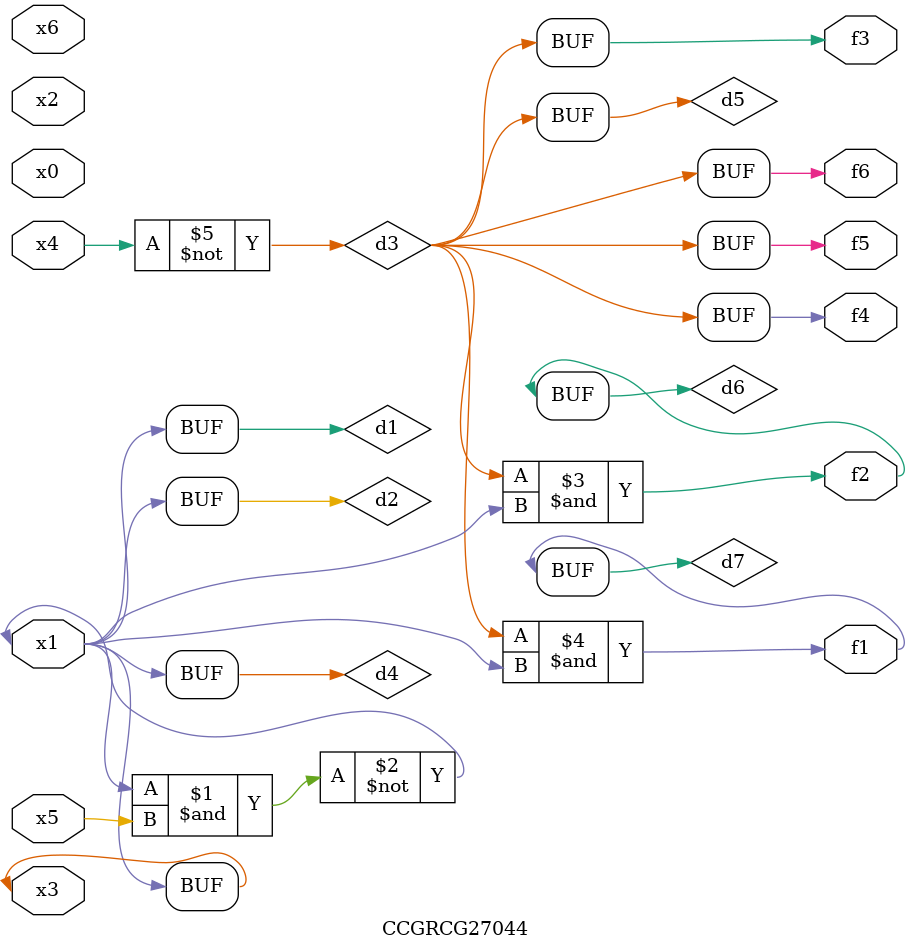
<source format=v>
module CCGRCG27044(
	input x0, x1, x2, x3, x4, x5, x6,
	output f1, f2, f3, f4, f5, f6
);

	wire d1, d2, d3, d4, d5, d6, d7;

	buf (d1, x1, x3);
	nand (d2, x1, x5);
	not (d3, x4);
	buf (d4, d1, d2);
	buf (d5, d3);
	and (d6, d3, d4);
	and (d7, d3, d4);
	assign f1 = d7;
	assign f2 = d6;
	assign f3 = d5;
	assign f4 = d5;
	assign f5 = d5;
	assign f6 = d5;
endmodule

</source>
